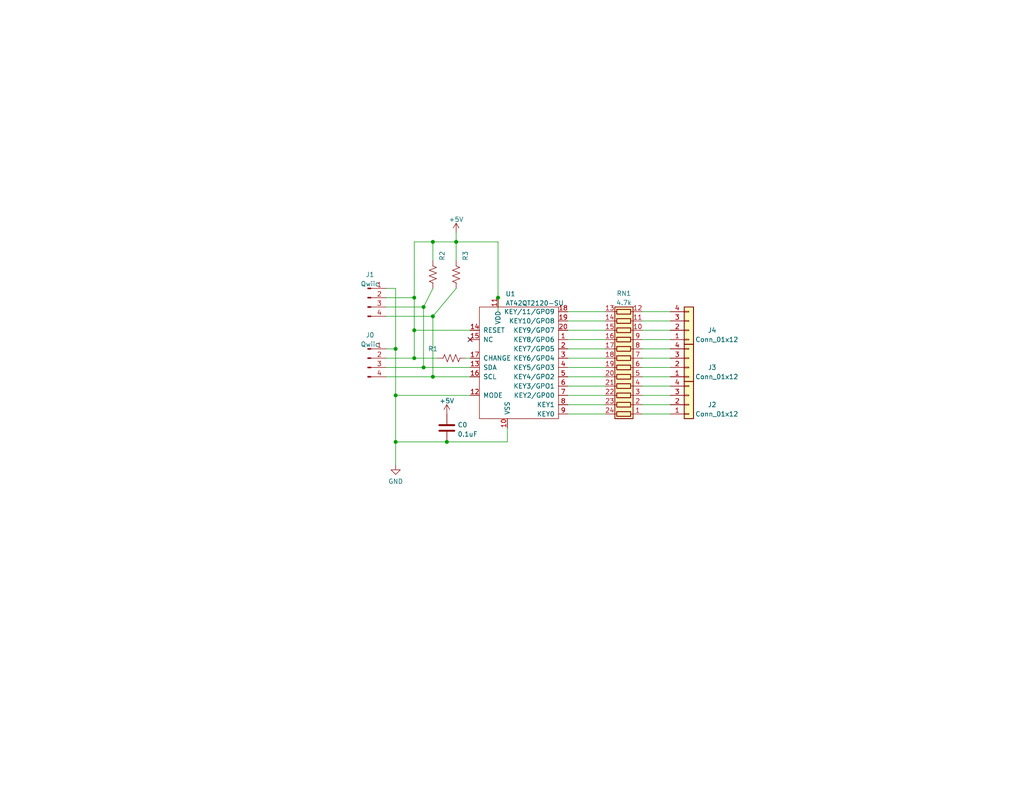
<source format=kicad_sch>
(kicad_sch (version 20211123) (generator eeschema)
  (paper "USLetter")
  (title_block (title "Uileann Touch Pads") (date "2022-04-30") (rev "1"))
  (lib_symbols
    (symbol "AT42QT2120:AT42QT2120-XU" (pin_names (offset 1.016))
      (property "Reference" "U" (at 1.27 33.02 0))
      (property "Value" "AT42QT2120-XU" (at 11.43 -1.27 0))
      (symbol "AT42QT2120-XU_0_1"
        (rectangle (start -6.35 30.48) (end 15.24 0))
      )
      (symbol "AT42QT2120-XU_1_1"
        (pin input line (at 17.78 21.59 180) (length 2.54) (name "KEY8/GPO6") (number "1"))
        (pin power_in line (at 1.27 -2.54 90) (length 2.54) (name "VSS") (number "10"))
        (pin power_in line (at -1.27 33.02 270) (length 2.54) (name "VDD") (number "11"))
        (pin input line (at -8.89 6.35 0) (length 2.54) (name "MODE") (number "12"))
        (pin bidirectional line (at -8.89 13.97 0) (length 2.54) (name "SDA") (number "13"))
        (pin input line (at -8.89 24.13 0) (length 2.54) (name "RESET") (number "14"))
        (pin no_connect line (at -8.89 21.59 0) (length 2.54) (name "NC") (number "15"))
        (pin bidirectional line (at -8.89 11.43 0) (length 2.54) (name "SCL") (number "16"))
        (pin output line (at -8.89 16.51 0) (length 2.54) (name "CHANGE") (number "17"))
        (pin input line (at 17.78 29.21 180) (length 2.54) (name "KEY/11/GPO9") (number "18"))
        (pin input line (at 17.78 26.67 180) (length 2.54) (name "KEY10/GPO8") (number "19"))
        (pin input line (at 17.78 19.05 180) (length 2.54) (name "KEY7/GPO5") (number "2"))
        (pin input line (at 17.78 24.13 180) (length 2.54) (name "KEY9/GPO7") (number "20"))
        (pin input line (at 17.78 16.51 180) (length 2.54) (name "KEY6/GPO4") (number "3"))
        (pin input line (at 17.78 13.97 180) (length 2.54) (name "KEY5/GPO3") (number "4"))
        (pin input line (at 17.78 11.43 180) (length 2.54) (name "KEY4/GPO2") (number "5"))
        (pin input line (at 17.78 8.89 180) (length 2.54) (name "KEY3/GPO1") (number "6"))
        (pin input line (at 17.78 6.35 180) (length 2.54) (name "KEY2/GP00") (number "7"))
        (pin input line (at 17.78 3.81 180) (length 2.54) (name "KEY1") (number "8"))
        (pin input line (at 17.78 1.27 180) (length 2.54) (name "KEY0") (number "9"))
      )
    )
    (symbol "Connector:Conn_01x04_Male" (pin_names (offset 1.016) hide)
      (property "Reference" "J" (at 0 5.08 0))
      (property "Value" "Conn_01x04_Male" (at 0 -7.62 0))
      (symbol "Conn_01x04_Male_1_1"
        (polyline (pts (xy 1.27 -5.08) (xy 0.8636 -5.08)) (stroke (width 0.1524)))
        (polyline (pts (xy 1.27 -2.54) (xy 0.8636 -2.54)) (stroke (width 0.1524)))
        (polyline (pts (xy 1.27 0) (xy 0.8636 0)) (stroke (width 0.1524)))
        (polyline (pts (xy 1.27 2.54) (xy 0.8636 2.54)) (stroke (width 0.1524)))
        (rectangle (start 0.8636 -4.953) (end 0 -5.207) (stroke (width 0.1524)) (fill (type outline)))
        (rectangle (start 0.8636 -2.413) (end 0 -2.667) (stroke (width 0.1524)) (fill (type outline)))
        (rectangle (start 0.8636 0.127) (end 0 -0.127) (stroke (width 0.1524)) (fill (type outline)))
        (rectangle (start 0.8636 2.667) (end 0 2.413) (stroke (width 0.1524)) (fill (type outline)))
        (pin passive line (at 5.08 2.54 180) (length 3.81) (name "Pin_1") (number "1"))
        (pin passive line (at 5.08 0 180) (length 3.81) (name "Pin_2") (number "2"))
        (pin passive line (at 5.08 -2.54 180) (length 3.81) (name "Pin_3") (number "3"))
        (pin passive line (at 5.08 -5.08 180) (length 3.81) (name "Pin_4") (number "4"))
      )
    )
    (symbol "Connector_Generic:Conn_01x04" (pin_names (offset 1.016) hide)
      (property "Reference" "J" (at 0 5.08 0))
      (property "Value" "Conn_01x04" (at 0 -7.62 0))
      (symbol "Conn_01x04_1_1"
        (rectangle (start -1.27 -4.953) (end 0 -5.207) (stroke (width 0.1524)))
        (rectangle (start -1.27 -2.413) (end 0 -2.667) (stroke (width 0.1524)))
        (rectangle (start -1.27 0.127) (end 0 -0.127) (stroke (width 0.1524)))
        (rectangle (start -1.27 2.667) (end 0 2.413) (stroke (width 0.1524)))
        (rectangle (start -1.27 3.81) (end 1.27 -6.35) (stroke (width 0.254)) (fill (type background)))
        (pin passive line (at -5.08 2.54 0) (length 3.81) (name "Pin_1") (number "1"))
        (pin passive line (at -5.08 0 0) (length 3.81) (name "Pin_2") (number "2"))
        (pin passive line (at -5.08 -2.54 0) (length 3.81) (name "Pin_3") (number "3"))
        (pin passive line (at -5.08 -5.08 0) (length 3.81) (name "Pin_4") (number "4"))
      )
    )
    (symbol "Device:C" (pin_numbers hide) (pin_names (offset 0.254))
      (property "Reference" "C" (at 0.635 2.54 0))
      (property "Value" "C" (at 0.635 -2.54 0))
      (symbol "C_0_1"
        (polyline (pts (xy -2.032 -0.762) (xy 2.032 -0.762)) (stroke (width 0.508)))
        (polyline (pts (xy -2.032 0.762) (xy 2.032 0.762)) (stroke (width 0.508)))
      )
      (symbol "C_1_1"
        (pin passive line (at 0 3.81 270) (length 2.794) (name "~") (number "1"))
        (pin passive line (at 0 -3.81 90) (length 2.794) (name "~") (number "2"))
      )
    )
    (symbol "Device:R_Pack11" (pin_names (offset 0) hide)
      (property "Reference" "RN1" (at -15.24 0 90))
      (property "Value" "R_Network12" (at 19.05 0 90))
      (symbol "R_Pack11_0_1"
        (rectangle (start -13.97 2.413) (end 16.51 -2.54) (stroke (width 0.254)) (fill (type background)))
        (rectangle (start -13.335 1.905) (end -12.065 -1.905) (stroke (width 0.254)))
        (rectangle (start -10.795 1.905) (end -9.525 -1.905) (stroke (width 0.254)))
        (rectangle (start -8.255 1.905) (end -6.985 -1.905) (stroke (width 0.254)))
        (rectangle (start -5.715 1.905) (end -4.445 -1.905) (stroke (width 0.254)))
        (rectangle (start -3.175 1.905) (end -1.905 -1.905) (stroke (width 0.254)))
        (rectangle (start -0.635 1.905) (end 0.635 -1.905) (stroke (width 0.254)))
        (polyline (pts (xy -12.7 -2.54) (xy -12.7 -1.905)))
        (polyline (pts (xy -12.7 1.905) (xy -12.7 2.54)))
        (polyline (pts (xy -10.16 -2.54) (xy -10.16 -1.905)))
        (polyline (pts (xy -10.16 1.905) (xy -10.16 2.54)))
        (polyline (pts (xy -7.62 -2.54) (xy -7.62 -1.905)))
        (polyline (pts (xy -7.62 1.905) (xy -7.62 2.54)))
        (polyline (pts (xy -5.08 -2.54) (xy -5.08 -1.905)))
        (polyline (pts (xy -5.08 1.905) (xy -5.08 2.54)))
        (polyline (pts (xy -2.54 -2.54) (xy -2.54 -1.905)))
        (polyline (pts (xy -2.54 1.905) (xy -2.54 2.54)))
        (polyline (pts (xy 0 -2.54) (xy 0 -1.905)))
        (polyline (pts (xy 0 1.905) (xy 0 2.54)))
        (polyline (pts (xy 2.54 -2.54) (xy 2.54 -1.905)))
        (polyline (pts (xy 2.54 1.905) (xy 2.54 2.54)))
        (polyline (pts (xy 5.08 -2.54) (xy 5.08 -1.905)))
        (polyline (pts (xy 5.08 1.905) (xy 5.08 2.54)))
        (polyline (pts (xy 7.62 -2.54) (xy 7.62 -1.905)))
        (polyline (pts (xy 7.62 1.905) (xy 7.62 2.54)))
        (polyline (pts (xy 10.16 -2.54) (xy 10.16 -1.905)))
        (polyline (pts (xy 10.16 1.905) (xy 10.16 2.54)))
        (polyline (pts (xy 12.7 -2.54) (xy 12.7 -1.905)))
        (polyline (pts (xy 12.7 1.905) (xy 12.7 2.54)))
        (polyline (pts (xy 15.24 -2.5537) (xy 15.24 -1.9187)))
        (polyline (pts (xy 15.2519 1.8497) (xy 15.2519 2.4847)))
        (rectangle (start 1.905 1.905) (end 3.175 -1.905) (stroke (width 0.254)))
        (rectangle (start 4.445 1.905) (end 5.715 -1.905) (stroke (width 0.254)))
        (rectangle (start 6.985 1.905) (end 8.255 -1.905) (stroke (width 0.254)))
        (rectangle (start 9.525 1.905) (end 10.795 -1.905) (stroke (width 0.254)))
        (rectangle (start 12.065 1.905) (end 13.335 -1.905) (stroke (width 0.254)))
        (rectangle (start 14.577 1.906) (end 15.847 -1.904) (stroke (width 0.254)))
      )
      (symbol "R_Pack11_1_1"
        (pin passive line (at -12.7 -5.08 90) (length 2.54) (name "R1.1") (number "1"))
        (pin passive line (at 10.16 -5.08 90) (length 2.54) (name "R10.1") (number "10"))
        (pin passive line (at 12.7 -5.08 90) (length 2.54) (name "R11.1") (number "11"))
        (pin passive line (at 15.24 -5.08 90) (length 2.54) (name "R12.1") (number "12"))
        (pin passive line (at 15.24 5.08 270) (length 2.54) (name "R12.2") (number "13"))
        (pin passive line (at 12.7 5.08 270) (length 2.54) (name "R11.2") (number "14"))
        (pin passive line (at 10.16 5.08 270) (length 2.54) (name "R10.2") (number "15"))
        (pin passive line (at 7.62 5.08 270) (length 2.54) (name "R9.2") (number "16"))
        (pin passive line (at 5.08 5.08 270) (length 2.54) (name "R8.2") (number "17"))
        (pin passive line (at 2.54 5.08 270) (length 2.54) (name "R7.2") (number "18"))
        (pin passive line (at 0 5.08 270) (length 2.54) (name "R6.2") (number "19"))
        (pin passive line (at -10.16 -5.08 90) (length 2.54) (name "R2.1") (number "2"))
        (pin passive line (at -2.54 5.08 270) (length 2.54) (name "R5.2") (number "20"))
        (pin passive line (at -5.08 5.08 270) (length 2.54) (name "R4.2") (number "21"))
        (pin passive line (at -7.62 5.08 270) (length 2.54) (name "R3.2") (number "22"))
        (pin passive line (at -10.16 5.08 270) (length 2.54) (name "R2.2") (number "23"))
        (pin passive line (at -12.7 5.08 270) (length 2.54) (name "R1.2") (number "24"))
        (pin passive line (at -7.62 -5.08 90) (length 2.54) (name "R3.1") (number "3"))
        (pin passive line (at -5.08 -5.08 90) (length 2.54) (name "R4.1") (number "4"))
        (pin passive line (at -2.54 -5.08 90) (length 2.54) (name "R5.1") (number "5"))
        (pin passive line (at 0 -5.08 90) (length 2.54) (name "R6.1") (number "6"))
        (pin passive line (at 2.54 -5.08 90) (length 2.54) (name "R7.1") (number "7"))
        (pin passive line (at 5.08 -5.08 90) (length 2.54) (name "R8.1") (number "8"))
        (pin passive line (at 7.62 -5.08 90) (length 2.54) (name "R9.1") (number "9"))
      )
    )
    (symbol "Device:R_US" (pin_numbers hide) (pin_names (offset 0))
      (property "Reference" "R" (at 2.54 0 90))
      (property "Value" "R_US" (at -2.54 0 90))
      (symbol "R_US_0_1"
        (polyline (pts (xy 0 -2.286) (xy 0 -2.54)))
        (polyline (pts (xy 0 2.286) (xy 0 2.54)))
        (polyline (pts (xy 0 -0.762) (xy 1.016 -1.143) (xy 0 -1.524) (xy -1.016 -1.905) (xy 0 -2.286)))
        (polyline (pts (xy 0 0.762) (xy 1.016 0.381) (xy 0 0) (xy -1.016 -0.381) (xy 0 -0.762)))
        (polyline (pts (xy 0 2.286) (xy 1.016 1.905) (xy 0 1.524) (xy -1.016 1.143) (xy 0 0.762)))
      )
      (symbol "R_US_1_1"
        (pin passive line (at 0 3.81 270) (length 1.27) (name "~") (number "1"))
        (pin passive line (at 0 -3.81 90) (length 1.27) (name "~") (number "2"))
      )
    )
    (symbol "power:+5V" (power) (pin_names (offset 0))
      (property "Value" "+5V" (at 0 3.556 0))
      (symbol "+5V_0_1"
        (polyline (pts (xy -0.762 1.27) (xy 0 2.54)))
        (polyline (pts (xy 0 0) (xy 0 2.54)))
        (polyline (pts (xy 0 2.54) (xy 0.762 1.27)))
      )
      (symbol "+5V_1_1"
        (pin power_in line (at 0 0 90) (length 0) hide (name "+5V") (number "1"))
      )
    )
    (symbol "power:GND" (power) (pin_names (offset 0))
      (property "Value" "GND" (at 0 -3.81 0))
      (symbol "GND_0_1"
        (polyline (pts (xy 0 0) (xy 0 -1.27) (xy 1.27 -1.27) (xy 0 -2.54) (xy -1.27 -1.27) (xy 0 -1.27)))
      )
      (symbol "GND_1_1"
        (pin power_in line (at 0 0 270) (length 0) hide (name "GND") (number "1"))
      )
    )
  )
  (junction (at 118.11 102.87))
  (junction (at 118.11 66.04))
  (junction (at 107.95 120.65))
  (junction (at 118.11 86.36))
  (junction (at 113.03 81.28))
  (junction (at 113.03 90.17))
  (junction (at 135.89 81.28))
  (junction (at 115.57 100.33))
  (junction (at 121.92 120.65))
  (junction (at 113.03 97.79))
  (junction (at 115.57 83.82))
  (junction (at 107.95 95.25))
  (junction (at 107.95 107.95))
  (junction (at 124.46 66.04))
  (no_connect (at 128.27 92.71))
  (wire (pts (xy 115.57 100.33) (xy 128.27 100.33)))
  (wire (pts (xy 115.57 83.82) (xy 118.11 78.74)))
  (wire (pts (xy 115.57 100.33) (xy 115.57 83.82)))
  (wire (pts (xy 175.26 110.49) (xy 182.88 110.49)))
  (wire (pts (xy 118.11 86.36) (xy 124.46 78.74)))
  (wire (pts (xy 175.26 113.03) (xy 182.88 113.03)))
  (wire (pts (xy 105.41 86.36) (xy 118.11 86.36)))
  (wire (pts (xy 107.95 78.74) (xy 107.95 95.25)))
  (wire (pts (xy 127 97.79) (xy 128.27 97.79)))
  (wire (pts (xy 113.03 97.79) (xy 119.38 97.79)))
  (wire (pts (xy 135.89 66.04) (xy 124.46 66.04)))
  (wire (pts (xy 135.89 66.04) (xy 135.89 81.28)))
  (wire (pts (xy 105.41 83.82) (xy 115.57 83.82)))
  (wire (pts (xy 154.94 100.33) (xy 165.1 100.33)))
  (wire (pts (xy 124.46 66.04) (xy 118.11 66.04)))
  (wire (pts (xy 105.41 97.79) (xy 113.03 97.79)))
  (wire (pts (xy 175.26 92.71) (xy 182.88 92.71)))
  (wire (pts (xy 113.03 66.04) (xy 118.11 66.04)))
  (wire (pts (xy 113.03 81.28) (xy 113.03 90.17)))
  (wire (pts (xy 154.94 85.09) (xy 165.1 85.09)))
  (wire (pts (xy 175.26 95.25) (xy 182.88 95.25)))
  (wire (pts (xy 175.26 102.87) (xy 182.88 102.87)))
  (wire (pts (xy 154.94 110.49) (xy 165.1 110.49)))
  (wire (pts (xy 154.94 113.03) (xy 165.1 113.03)))
  (wire (pts (xy 107.95 107.95) (xy 128.27 107.95)))
  (wire (pts (xy 175.26 107.95) (xy 182.88 107.95)))
  (wire (pts (xy 124.46 66.04) (xy 124.46 71.12)))
  (wire (pts (xy 118.11 102.87) (xy 128.27 102.87)))
  (wire (pts (xy 175.26 90.17) (xy 182.88 90.17)))
  (wire (pts (xy 154.94 87.63) (xy 165.1 87.63)))
  (wire (pts (xy 175.26 87.63) (xy 182.88 87.63)))
  (wire (pts (xy 118.11 66.04) (xy 118.11 71.12)))
  (wire (pts (xy 105.41 102.87) (xy 118.11 102.87)))
  (wire (pts (xy 138.43 116.84) (xy 138.43 120.65)))
  (wire (pts (xy 135.89 81.28) (xy 135.89 85.09)))
  (wire (pts (xy 154.94 107.95) (xy 165.1 107.95)))
  (wire (pts (xy 175.26 97.79) (xy 182.88 97.79)))
  (wire (pts (xy 175.26 105.41) (xy 182.88 105.41)))
  (wire (pts (xy 113.03 97.79) (xy 113.03 90.17)))
  (wire (pts (xy 121.92 120.65) (xy 138.43 120.65)))
  (wire (pts (xy 105.41 95.25) (xy 107.95 95.25)))
  (wire (pts (xy 175.26 100.33) (xy 182.88 100.33)))
  (wire (pts (xy 105.41 100.33) (xy 115.57 100.33)))
  (wire (pts (xy 113.03 90.17) (xy 128.27 90.17)))
  (wire (pts (xy 107.95 107.95) (xy 107.95 120.65)))
  (wire (pts (xy 124.46 63.5) (xy 124.46 66.04)))
  (wire (pts (xy 107.95 120.65) (xy 121.92 120.65)))
  (wire (pts (xy 154.94 97.79) (xy 165.1 97.79)))
  (wire (pts (xy 113.03 66.04) (xy 113.03 81.28)))
  (wire (pts (xy 154.94 102.87) (xy 165.1 102.87)))
  (wire (pts (xy 118.11 102.87) (xy 118.11 86.36)))
  (wire (pts (xy 154.94 105.41) (xy 165.1 105.41)))
  (wire (pts (xy 154.94 90.17) (xy 165.1 90.17)))
  (wire (pts (xy 107.95 95.25) (xy 107.95 107.95)))
  (wire (pts (xy 175.26 85.09) (xy 182.88 85.09)))
  (wire (pts (xy 107.95 120.65) (xy 107.95 127)))
  (wire (pts (xy 105.41 78.74) (xy 107.95 78.74)))
  (wire (pts (xy 154.94 95.25) (xy 165.1 95.25)))
  (wire (pts (xy 105.41 81.28) (xy 113.03 81.28)))
  (wire (pts (xy 154.94 92.71) (xy 165.1 92.71)))
  (symbol (lib_id "Device:R_US") (at 124.46 74.93 180) (unit 1)
    (property "Reference" "R3" (at 127 69.85 90))
    (property "Value" "1k" (effects hide))
    (property "Footprint" "Resistor_SMD:R_0805_2012Metric_Pad1.20x1.40mm_HandSolder" (effects hide))
  )
  (symbol (lib_id "power:+5V") (at 124.46 63.5 0) (unit 1)
    (property "Reference" "#PWR0101" (effects hide))
    (property "Value" "+5V" (at 124.46 59.9242 0))
  )
  (symbol (lib_id "Device:R_Pack11") (at 170.18 100.33 90) (unit 1)
    (property "Reference" "RN1" (at 170.2435 80.1202 90))
    (property "Value" "4.7k" (at 170.2435 82.6571 90))
    (property "Footprint" "Package_SO:SSOP-24_3.9x8.7mm_P0.635mm" (effects hide))
  )
  (symbol (lib_id "power:+5V") (at 121.92 113.03 0) (unit 1)
    (property "Reference" "#PWR0103" (effects hide))
    (property "Value" "+5V" (at 121.92 109.4542 0))
  )
  (symbol (lib_id "Device:C") (at 121.92 116.84 0) (unit 1)
    (property "Reference" "C0" (at 124.841 116.0053 0) (effects (justify left)))
    (property "Value" "0.1uF" (at 124.841 118.5422 0) (effects (justify left)))
    (property "Footprint" "Capacitor_SMD:C_0805_2012Metric_Pad1.18x1.45mm_HandSolder" (effects hide))
  )
  (symbol (lib_id "Connector_Generic:Conn_01x04") (at 187.96 110.49 0) (mirror x) (unit 1)
    (property "Reference" "J2" (at 194.31 110.49 0))
    (property "Value" "Conn_01x12" (at 195.58 113.03 0))
    (property "Footprint" "Connector_Wire:SolderWire-0.1sqmm_1x04_P3.6mm_D0.4mm_OD1mm" (effects hide))
  )
  (symbol (lib_id "Connector:Conn_01x04_Male") (at 100.33 97.79 0) (unit 1)
    (property "Reference" "J0" (at 100.965 91.474 0))
    (property "Value" "Qwiic" (at 100.965 94.0109 0))
    (property "Footprint" "Connector_JST:JST_SH_SM04B-SRSS-TB_1x04-1MP_P1.00mm_Horizontal" (effects hide))
  )
  (symbol (lib_id "Connector:Conn_01x04_Male") (at 100.33 81.28 0) (unit 1)
    (property "Reference" "J1" (at 100.965 74.964 0))
    (property "Value" "Qwiic" (at 100.965 77.5009 0))
    (property "Footprint" "Connector_JST:JST_SH_SM04B-SRSS-TB_1x04-1MP_P1.00mm_Horizontal" (effects hide))
  )
  (symbol (lib_id "power:GND") (at 107.95 127 0) (unit 1)
    (property "Reference" "#PWR0102" (effects hide))
    (property "Value" "GND" (at 107.95 131.4434 0))
  )
  (symbol (lib_id "Device:R_US") (at 123.19 97.79 270) (unit 1)
    (property "Reference" "R1" (at 118.11 95.25 90))
    (property "Value" "47k" (effects hide))
    (property "Footprint" "Resistor_SMD:R_0805_2012Metric_Pad1.20x1.40mm_HandSolder" (effects hide))
  )
  (symbol (lib_id "Connector_Generic:Conn_01x04") (at 187.96 90.17 0) (mirror x) (unit 1)
    (property "Reference" "J4" (at 194.31 90.17 0))
    (property "Value" "Conn_01x12" (at 195.58 92.71 0))
    (property "Footprint" "Connector_Wire:SolderWire-0.1sqmm_1x04_P3.6mm_D0.4mm_OD1mm" (effects hide))
  )
  (symbol (lib_id "Connector_Generic:Conn_01x04") (at 187.96 100.33 0) (mirror x) (unit 1)
    (property "Reference" "J3" (at 194.31 100.33 0))
    (property "Value" "Conn_01x12" (at 195.58 102.87 0))
    (property "Footprint" "Connector_Wire:SolderWire-0.1sqmm_1x04_P3.6mm_D0.4mm_OD1mm" (effects hide))
  )
  (symbol (lib_id "AT42QT2120:AT42QT2120-XU") (at 137.16 114.3 0) (unit 1)
    (property "Reference" "U1" (at 137.9094 80.2472 0) (effects (justify left)))
    (property "Value" "AT42QT2120-SU" (at 137.9094 82.7841 0) (effects (justify left)))
    (property "Footprint" "Package_SO:SOIC-20W_7.5x12.8mm_P1.27mm" (effects hide))
    (property "Datasheet" "http://ww1.microchip.com/downloads/en/devicedoc/doc9634.pdf" (effects hide))
  )
  (symbol (lib_id "Device:R_US") (at 118.11 74.93 180) (unit 1)
    (property "Reference" "R2" (at 120.65 69.85 90))
    (property "Value" "1k" (effects hide))
    (property "Footprint" "Resistor_SMD:R_0805_2012Metric_Pad1.20x1.40mm_HandSolder" (effects hide))
  )
)
</source>
